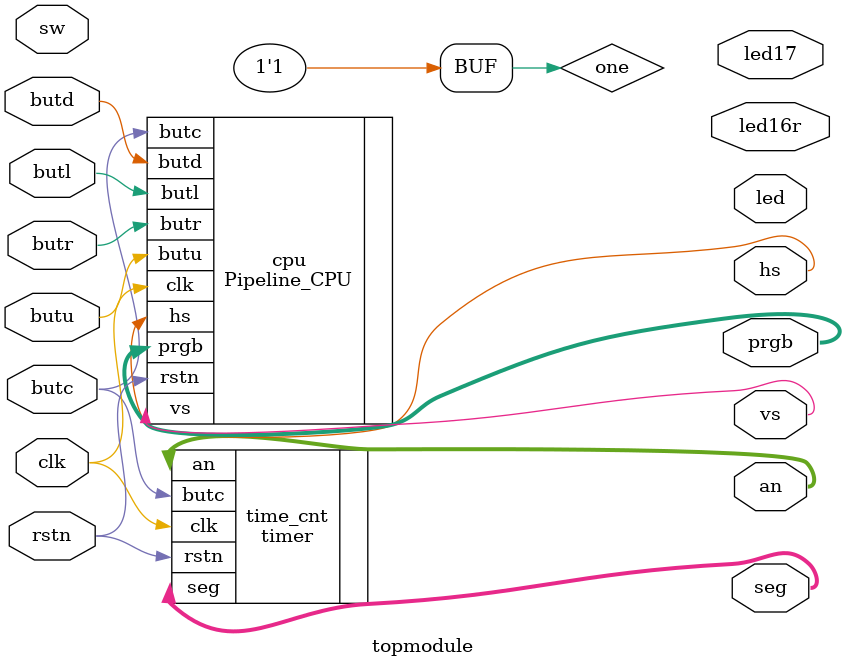
<source format=v>
`timescale 1ns / 1ps


module topmodule(
    input clk,	
    input rstn,	    //cpu_resetn

    // Input: buttons and switches
    input butu, 	//btnu
    input butd,	    //btnd
    input butr,	    //btnr
    input butc,	    //btnc
    input butl,	    //btnl
    input [15:0] sw,	//sw15-0

    // Output: leds and segments
    output led16r, 		
    output [15:0] led,	    //led15-0
    output [7:0] an,		//an7-0
    output [6:0] seg,		//ca-cg 
    output [2:0] led17, 	    //led17

    // Screen
    output [11:0] prgb,
    output hs,
    output vs
);

reg one;
initial begin
    one <= 1'b1;
end

//IO_BUS
wire [15:0] io_addr;
wire [31:0] io_dout;
wire io_we;
wire io_rd;
wire [31:0] io_din;

//Debug_BUS
wire [31:0] if_pc, id_pc;
wire [15:0] chk_addr;
wire [31:0] chk_data;

wire pdu_run;
wire cpu_stop;
wire pdu_rstn;
wire [31:0] pdu_breakpoint;

// // PDU
// PDU_v2 pdu(
//     .clk(clk),	//clk100mhz
//     .rstn(rstn),

//     .butu(butu),        //btnu
//     .butd(butd),	    //btnd
//     .butr(butr),	        //btnr
//     .butc(butc),	    //btnc
//     .butl(butl),	        //btnl
//     .sw(sw),	        //sw15-0

//     .stop(led16r), 		//led16r
//     .led(led),	        //led15-0
//     .an(an),		    //an7-0
//     .seg(seg),		    //ca-cg 
//     .seg_sel(led17), 	//led17

//     // CTRL_BUS
//     .pdu_rstn(pdu_rstn),
//     .pdu_breakpoint(pdu_breakpoint),      
//     .pdu_run(pdu_run),           
//     .cpu_stop(cpu_stop),           

//     //IO_BUS
//     .io_addr(io_addr),
//     .io_dout(io_dout),
//     .io_we(io_we),		
//     .io_rd(io_rd),	
//     .io_din(io_din),	

//     //Debug_BUS
//     .chk_if_pc(if_pc), 	
//     .chk_id_pc(id_pc), 	    
//     .chk_addr(chk_addr),	
//     .chk_data(chk_data)    
// );


Pipeline_CPU cpu(
    // cpu control form PDU
    .clk(clk), 
    .rstn(rstn),

    // outside signals
    .butc(butc),
    .butu(butu),
    .butl(butl),
    .butd(butd),
    .butr(butr),

    .prgb(prgb),
    .hs(hs), 
    .vs(vs)
);

timer time_cnt(
    .clk(clk),
    .rstn(rstn),
    .butc(butc),      // when 1, then timer clear
    .an(an),    // Connecting segments display
    .seg(seg)    // Connecting segments display
);




endmodule

</source>
